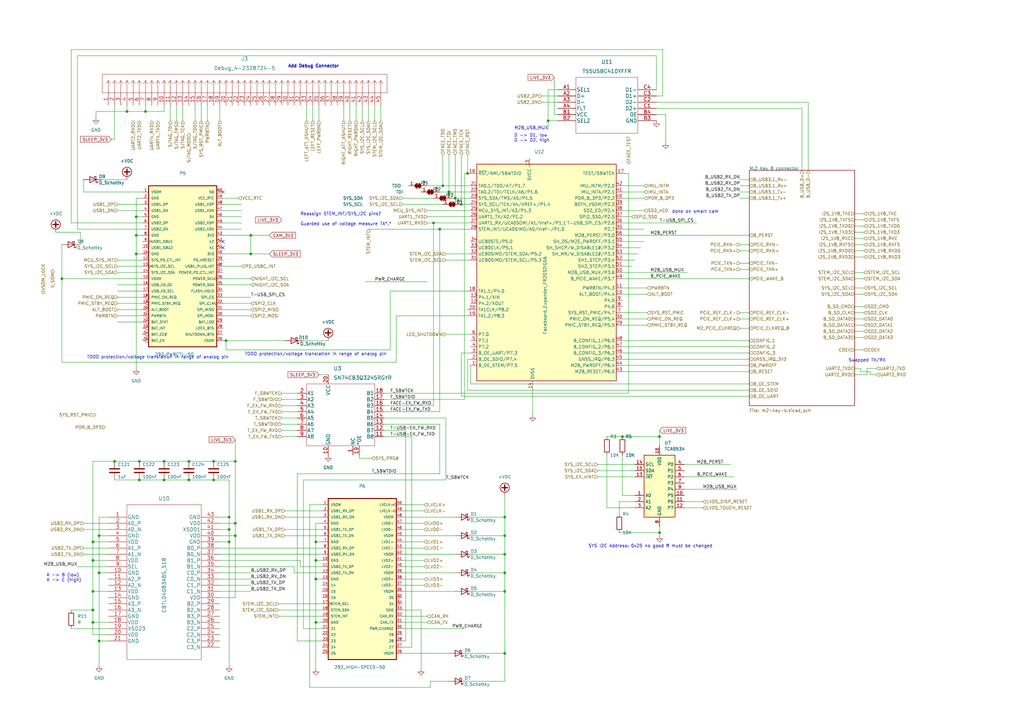
<source format=kicad_sch>
(kicad_sch (version 20211123) (generator eeschema)
  (paper "A3")
  (title_block (title "Expander, M.2 Key B and T-USB") (date "2022-08-23") (company "Digital Sculptor GmbH"))
  (junction (at 92.71 139.7))
  (junction (at 77.47 189.23))
  (junction (at 55.88 104.14))
  (junction (at 38.1 250.19))
  (junction (at 38.1 222.25))
  (junction (at 129.54 255.27))
  (junction (at 191.77 71.12))
  (junction (at 180.34 93.98))
  (junction (at 93.98 212.09))
  (junction (at 25.4 114.3))
  (junction (at 189.23 83.82))
  (junction (at 102.87 96.52))
  (junction (at 270.51 218.44))
  (junction (at 184.15 78.74))
  (junction (at 40.64 219.71))
  (junction (at 87.63 196.85))
  (junction (at 207.01 234.95))
  (junction (at 87.63 189.23))
  (junction (at 255.27 179.07))
  (junction (at 129.54 229.87))
  (junction (at 46.99 189.23))
  (junction (at 207.01 227.33))
  (junction (at 67.31 196.85))
  (junction (at 55.88 96.52))
  (junction (at 93.98 217.17))
  (junction (at 96.52 189.23))
  (junction (at 38.1 229.87))
  (junction (at 207.01 219.71))
  (junction (at 186.69 81.28))
  (junction (at 96.52 219.71))
  (junction (at 102.87 104.14))
  (junction (at 38.1 255.27))
  (junction (at 52.07 45.72))
  (junction (at 40.64 262.89))
  (junction (at 181.61 76.2))
  (junction (at 129.54 222.25))
  (junction (at 129.54 237.49))
  (junction (at 57.15 196.85))
  (junction (at 77.47 196.85))
  (junction (at 59.69 45.72))
  (junction (at 270.51 179.07))
  (junction (at 177.8 91.44))
  (junction (at 96.52 214.63))
  (junction (at 93.98 222.25))
  (junction (at 207.01 267.97))
  (junction (at 55.88 88.9))
  (junction (at 224.79 49.53))
  (junction (at 67.31 189.23))
  (junction (at 207.01 242.57))
  (junction (at 38.1 242.57))
  (junction (at 207.01 212.09))
  (junction (at 57.15 189.23))
  (junction (at 40.64 234.95))
  (no_connect (at 91.44 78.74))
  (no_connect (at 91.44 99.06))
  (no_connect (at 91.44 101.6))
  (wire (pts (xy 255.27 139.7) (xy 307.34 139.7)))
  (wire (pts (xy 48.26 121.92) (xy 58.42 121.92)))
  (wire (pts (xy 157.48 168.91) (xy 180.34 168.91)))
  (wire (pts (xy 218.44 170.18) (xy 218.44 160.02)))
  (wire (pts (xy 91.44 116.84) (xy 102.87 116.84)))
  (wire (pts (xy 280.67 190.5) (xy 299.72 190.5)))
  (wire (pts (xy 194.31 234.95) (xy 207.01 234.95)))
  (wire (pts (xy 115.57 166.37) (xy 121.92 166.37)))
  (wire (pts (xy 157.48 161.29) (xy 257.81 161.29)))
  (wire (pts (xy 85.09 49.53) (xy 85.09 43.18)))
  (wire (pts (xy 166.37 176.53) (xy 166.37 262.89)))
  (wire (pts (xy 57.15 189.23) (xy 67.31 189.23)))
  (wire (pts (xy 134.62 139.7) (xy 124.46 139.7)))
  (wire (pts (xy 55.88 88.9) (xy 55.88 96.52)))
  (wire (pts (xy 57.15 189.23) (xy 57.15 191.77)))
  (wire (pts (xy 350.52 135.89) (xy 354.33 135.89)))
  (wire (pts (xy 40.64 262.89) (xy 40.64 273.05)))
  (wire (pts (xy 350.52 118.11) (xy 354.33 118.11)))
  (wire (pts (xy 191.77 160.02) (xy 307.34 160.02)))
  (wire (pts (xy 207.01 203.2) (xy 207.01 212.09)))
  (wire (pts (xy 228.6 36.83) (xy 224.79 36.83)))
  (wire (pts (xy 255.27 106.68) (xy 260.35 106.68)))
  (wire (pts (xy 91.44 129.54) (xy 102.87 129.54)))
  (wire (pts (xy 87.63 189.23) (xy 87.63 191.77)))
  (wire (pts (xy 91.44 104.14) (xy 102.87 104.14)))
  (wire (pts (xy 193.04 144.78) (xy 189.23 144.78)))
  (wire (pts (xy 350.52 125.73) (xy 354.33 125.73)))
  (wire (pts (xy 162.56 129.54) (xy 162.56 148.59)))
  (wire (pts (xy 350.52 130.81) (xy 354.33 130.81)))
  (wire (pts (xy 160.02 143.51) (xy 92.71 143.51)))
  (wire (pts (xy 90.17 242.57) (xy 102.87 242.57)))
  (wire (pts (xy 55.88 81.28) (xy 55.88 88.9)))
  (wire (pts (xy 350.52 100.33) (xy 354.33 100.33)))
  (wire (pts (xy 93.98 196.85) (xy 93.98 212.09)))
  (wire (pts (xy 186.69 63.5) (xy 186.69 81.28)))
  (wire (pts (xy 271.78 39.37) (xy 271.78 20.32)))
  (wire (pts (xy 151.13 43.18) (xy 151.13 49.53)))
  (wire (pts (xy 90.17 49.53) (xy 90.17 43.18)))
  (wire (pts (xy 165.1 83.82) (xy 181.61 83.82)))
  (wire (pts (xy 165.1 255.27) (xy 175.26 255.27)))
  (wire (pts (xy 45.72 57.15) (xy 46.99 57.15)))
  (wire (pts (xy 224.79 49.53) (xy 224.79 53.34)))
  (wire (pts (xy 350.52 143.51) (xy 354.33 143.51)))
  (wire (pts (xy 74.93 49.53) (xy 74.93 43.18)))
  (wire (pts (xy 350.52 128.27) (xy 354.33 128.27)))
  (wire (pts (xy 182.88 196.85) (xy 124.46 196.85)))
  (wire (pts (xy 191.77 279.4) (xy 207.01 279.4)))
  (wire (pts (xy 176.53 281.94) (xy 176.53 279.4)))
  (wire (pts (xy 245.11 195.58) (xy 260.35 195.58)))
  (wire (pts (xy 91.44 96.52) (xy 102.87 96.52)))
  (wire (pts (xy 254 218.44) (xy 270.51 218.44)))
  (wire (pts (xy 130.81 153.67) (xy 134.62 153.67)))
  (wire (pts (xy 127 281.94) (xy 176.53 281.94)))
  (wire (pts (xy 245.11 190.5) (xy 260.35 190.5)))
  (wire (pts (xy 191.77 71.12) (xy 190.5 71.12)))
  (wire (pts (xy 58.42 81.28) (xy 55.88 81.28)))
  (wire (pts (xy 350.52 90.17) (xy 354.33 90.17)))
  (wire (pts (xy 55.88 88.9) (xy 58.42 88.9)))
  (wire (pts (xy 255.27 147.32) (xy 307.34 147.32)))
  (wire (pts (xy 255.27 133.35) (xy 265.43 133.35)))
  (wire (pts (xy 270.51 219.71) (xy 270.51 218.44)))
  (wire (pts (xy 303.53 73.66) (xy 307.34 73.66)))
  (wire (pts (xy 31.75 232.41) (xy 44.45 232.41)))
  (wire (pts (xy 91.44 127) (xy 102.87 127)))
  (wire (pts (xy 255.27 149.86) (xy 307.34 149.86)))
  (wire (pts (xy 177.8 91.44) (xy 193.04 91.44)))
  (wire (pts (xy 269.24 41.91) (xy 331.47 41.91)))
  (wire (pts (xy 255.27 118.11) (xy 265.43 118.11)))
  (wire (pts (xy 57.15 196.85) (xy 67.31 196.85)))
  (wire (pts (xy 55.88 104.14) (xy 55.88 96.52)))
  (wire (pts (xy 120.65 232.41) (xy 90.17 232.41)))
  (wire (pts (xy 259.08 109.22) (xy 255.27 109.22)))
  (wire (pts (xy 34.29 73.66) (xy 34.29 78.74)))
  (wire (pts (xy 165.1 240.03) (xy 173.99 240.03)))
  (wire (pts (xy 255.27 88.9) (xy 259.08 88.9)))
  (wire (pts (xy 165.1 250.19) (xy 172.72 250.19)))
  (wire (pts (xy 165.1 217.17) (xy 173.99 217.17)))
  (wire (pts (xy 303.53 130.81) (xy 307.34 130.81)))
  (wire (pts (xy 181.61 63.5) (xy 181.61 76.2)))
  (wire (pts (xy 207.01 234.95) (xy 207.01 227.33)))
  (wire (pts (xy 175.26 86.36) (xy 193.04 86.36)))
  (wire (pts (xy 224.79 36.83) (xy 224.79 49.53)))
  (wire (pts (xy 193.04 147.32) (xy 191.77 147.32)))
  (wire (pts (xy 91.44 124.46) (xy 102.87 124.46)))
  (wire (pts (xy 38.1 255.27) (xy 38.1 260.35)))
  (wire (pts (xy 270.51 179.07) (xy 270.51 182.88)))
  (wire (pts (xy 77.47 196.85) (xy 87.63 196.85)))
  (wire (pts (xy 224.79 49.53) (xy 228.6 49.53)))
  (wire (pts (xy 350.52 87.63) (xy 354.33 87.63)))
  (wire (pts (xy 38.1 255.27) (xy 44.45 255.27)))
  (wire (pts (xy 175.26 91.44) (xy 177.8 91.44)))
  (wire (pts (xy 157.48 163.83) (xy 190.5 163.83)))
  (wire (pts (xy 157.48 179.07) (xy 168.91 179.07)))
  (wire (pts (xy 44.45 212.09) (xy 40.64 212.09)))
  (wire (pts (xy 207.01 267.97) (xy 207.01 242.57)))
  (wire (pts (xy 69.85 49.53) (xy 69.85 43.18)))
  (wire (pts (xy 288.29 205.74) (xy 280.67 205.74)))
  (wire (pts (xy 31.75 22.86) (xy 31.75 93.98)))
  (wire (pts (xy 120.65 234.95) (xy 120.65 232.41)))
  (wire (pts (xy 38.1 222.25) (xy 38.1 229.87)))
  (wire (pts (xy 40.64 219.71) (xy 40.64 234.95)))
  (wire (pts (xy 146.05 43.18) (xy 146.05 49.53)))
  (wire (pts (xy 97.79 81.28) (xy 91.44 81.28)))
  (wire (pts (xy 184.15 78.74) (xy 193.04 78.74)))
  (wire (pts (xy 182.88 171.45) (xy 182.88 196.85)))
  (wire (pts (xy 303.53 81.28) (xy 307.34 81.28)))
  (wire (pts (xy 129.54 222.25) (xy 132.08 222.25)))
  (wire (pts (xy 34.29 214.63) (xy 44.45 214.63)))
  (wire (pts (xy 190.5 71.12) (xy 190.5 163.83)))
  (wire (pts (xy 48.26 132.08) (xy 58.42 132.08)))
  (wire (pts (xy 245.11 193.04) (xy 260.35 193.04)))
  (wire (pts (xy 165.1 267.97) (xy 184.15 267.97)))
  (wire (pts (xy 303.53 78.74) (xy 307.34 78.74)))
  (wire (pts (xy 58.42 78.74) (xy 34.29 78.74)))
  (wire (pts (xy 115.57 171.45) (xy 121.92 171.45)))
  (wire (pts (xy 207.01 227.33) (xy 207.01 219.71)))
  (wire (pts (xy 29.21 91.44) (xy 58.42 91.44)))
  (wire (pts (xy 132.08 207.01) (xy 127 207.01)))
  (wire (pts (xy 129.54 255.27) (xy 132.08 255.27)))
  (wire (pts (xy 59.69 45.72) (xy 52.07 45.72)))
  (wire (pts (xy 165.1 214.63) (xy 173.99 214.63)))
  (wire (pts (xy 90.17 219.71) (xy 96.52 219.71)))
  (wire (pts (xy 356.87 152.4) (xy 356.87 153.67)))
  (wire (pts (xy 52.07 73.66) (xy 41.91 73.66)))
  (wire (pts (xy 67.31 196.85) (xy 77.47 196.85)))
  (wire (pts (xy 140.97 43.18) (xy 140.97 49.53)))
  (wire (pts (xy 55.88 96.52) (xy 58.42 96.52)))
  (wire (pts (xy 255.27 76.2) (xy 264.16 76.2)))
  (wire (pts (xy 207.01 219.71) (xy 207.01 212.09)))
  (wire (pts (xy 255.27 93.98) (xy 264.16 93.98)))
  (wire (pts (xy 132.08 252.73) (xy 114.3 252.73)))
  (wire (pts (xy 115.57 176.53) (xy 121.92 176.53)))
  (wire (pts (xy 114.3 250.19) (xy 132.08 250.19)))
  (wire (pts (xy 77.47 189.23) (xy 77.47 191.77)))
  (wire (pts (xy 194.31 219.71) (xy 207.01 219.71)))
  (wire (pts (xy 29.21 257.81) (xy 44.45 257.81)))
  (wire (pts (xy 48.26 83.82) (xy 58.42 83.82)))
  (wire (pts (xy 207.01 242.57) (xy 207.01 234.95)))
  (wire (pts (xy 193.04 149.86) (xy 193.04 157.48)))
  (wire (pts (xy 261.62 104.14) (xy 255.27 104.14)))
  (wire (pts (xy 38.1 229.87) (xy 44.45 229.87)))
  (wire (pts (xy 90.17 217.17) (xy 93.98 217.17)))
  (wire (pts (xy 255.27 152.4) (xy 307.34 152.4)))
  (wire (pts (xy 22.86 95.25) (xy 33.02 95.25)))
  (wire (pts (xy 193.04 157.48) (xy 307.34 157.48)))
  (wire (pts (xy 143.51 43.18) (xy 143.51 49.53)))
  (wire (pts (xy 91.44 86.36) (xy 99.06 86.36)))
  (wire (pts (xy 48.26 86.36) (xy 58.42 86.36)))
  (wire (pts (xy 67.31 45.72) (xy 59.69 45.72)))
  (wire (pts (xy 255.27 142.24) (xy 307.34 142.24)))
  (wire (pts (xy 90.17 237.49) (xy 102.87 237.49)))
  (wire (pts (xy 44.45 260.35) (xy 38.1 260.35)))
  (wire (pts (xy 162.56 148.59) (xy 25.4 148.59)))
  (wire (pts (xy 91.44 114.3) (xy 102.87 114.3)))
  (wire (pts (xy 130.81 43.18) (xy 130.81 49.53)))
  (wire (pts (xy 72.39 49.53) (xy 72.39 43.18)))
  (wire (pts (xy 350.52 111.76) (xy 354.33 111.76)))
  (wire (pts (xy 254 205.74) (xy 254 210.82)))
  (wire (pts (xy 129.54 237.49) (xy 132.08 237.49)))
  (wire (pts (xy 165.1 257.81) (xy 190.5 257.81)))
  (wire (pts (xy 31.75 93.98) (xy 58.42 93.98)))
  (wire (pts (xy 90.17 234.95) (xy 102.87 234.95)))
  (wire (pts (xy 102.87 96.52) (xy 110.49 96.52)))
  (wire (pts (xy 165.1 265.43) (xy 168.91 265.43)))
  (wire (pts (xy 132.08 214.63) (xy 129.54 214.63)))
  (wire (pts (xy 165.1 207.01) (xy 173.99 207.01)))
  (wire (pts (xy 48.26 119.38) (xy 58.42 119.38)))
  (wire (pts (xy 350.52 97.79) (xy 354.33 97.79)))
  (wire (pts (xy 59.69 43.18) (xy 59.69 45.72)))
  (wire (pts (xy 123.19 232.41) (xy 132.08 232.41)))
  (wire (pts (xy 189.23 83.82) (xy 193.04 83.82)))
  (wire (pts (xy 168.91 179.07) (xy 168.91 265.43)))
  (wire (pts (xy 191.77 63.5) (xy 191.77 71.12)))
  (wire (pts (xy 48.26 109.22) (xy 58.42 109.22)))
  (wire (pts (xy 255.27 120.65) (xy 265.43 120.65)))
  (wire (pts (xy 269.24 39.37) (xy 271.78 39.37)))
  (wire (pts (xy 40.64 234.95) (xy 40.64 262.89)))
  (wire (pts (xy 175.26 88.9) (xy 193.04 88.9)))
  (wire (pts (xy 194.31 212.09) (xy 207.01 212.09)))
  (wire (pts (xy 96.52 180.34) (xy 96.52 189.23)))
  (wire (pts (xy 115.57 163.83) (xy 121.92 163.83)))
  (wire (pts (xy 303.53 128.27) (xy 307.34 128.27)))
  (wire (pts (xy 129.54 222.25) (xy 129.54 229.87)))
  (wire (pts (xy 189.23 162.56) (xy 307.34 162.56)))
  (wire (pts (xy 255.27 91.44) (xy 285.75 91.44)))
  (wire (pts (xy 90.17 222.25) (xy 93.98 222.25)))
  (wire (pts (xy 127 207.01) (xy 127 281.94)))
  (wire (pts (xy 87.63 189.23) (xy 96.52 189.23)))
  (wire (pts (xy 160.02 119.38) (xy 160.02 143.51)))
  (wire (pts (xy 90.17 212.09) (xy 93.98 212.09)))
  (wire (pts (xy 77.47 189.23) (xy 87.63 189.23)))
  (wire (pts (xy 125.73 43.18) (xy 125.73 49.53)))
  (wire (pts (xy 48.26 116.84) (xy 58.42 116.84)))
  (wire (pts (xy 91.44 88.9) (xy 99.06 88.9)))
  (wire (pts (xy 25.4 114.3) (xy 25.4 100.33)))
  (wire (pts (xy 96.52 219.71) (xy 96.52 245.11)))
  (wire (pts (xy 260.35 205.74) (xy 254 205.74)))
  (wire (pts (xy 58.42 104.14) (xy 55.88 104.14)))
  (wire (pts (xy 132.08 257.81) (xy 124.46 257.81)))
  (wire (pts (xy 273.05 46.99) (xy 273.05 58.42)))
  (wire (pts (xy 350.52 114.3) (xy 354.33 114.3)))
  (wire (pts (xy 92.71 139.7) (xy 92.71 143.51)))
  (wire (pts (xy 165.1 81.28) (xy 177.8 81.28)))
  (wire (pts (xy 288.29 208.28) (xy 280.67 208.28)))
  (wire (pts (xy 116.84 217.17) (xy 132.08 217.17)))
  (wire (pts (xy 157.48 173.99) (xy 180.34 173.99)))
  (wire (pts (xy 29.21 250.19) (xy 38.1 250.19)))
  (wire (pts (xy 350.52 153.67) (xy 355.6 153.67)))
  (wire (pts (xy 129.54 229.87) (xy 129.54 237.49)))
  (wire (pts (xy 91.44 109.22) (xy 99.06 109.22)))
  (wire (pts (xy 80.01 49.53) (xy 80.01 43.18)))
  (wire (pts (xy 191.77 147.32) (xy 191.77 160.02)))
  (wire (pts (xy 123.19 232.41) (xy 123.19 229.87)))
  (wire (pts (xy 182.88 104.14) (xy 193.04 104.14)))
  (wire (pts (xy 255.27 111.76) (xy 281.94 111.76)))
  (wire (pts (xy 256.54 71.12) (xy 257.81 71.12)))
  (wire (pts (xy 91.44 93.98) (xy 99.06 93.98)))
  (wire (pts (xy 356.87 153.67) (xy 359.41 153.67)))
  (wire (pts (xy 91.44 121.92) (xy 102.87 121.92)))
  (wire (pts (xy 350.52 151.13) (xy 353.06 151.13)))
  (wire (pts (xy 121.92 194.31) (xy 121.92 262.89)))
  (wire (pts (xy 194.31 227.33) (xy 207.01 227.33)))
  (wire (pts (xy 350.52 120.65) (xy 354.33 120.65)))
  (wire (pts (xy 157.48 176.53) (xy 166.37 176.53)))
  (wire (pts (xy 90.17 227.33) (xy 132.08 227.33)))
  (wire (pts (xy 260.35 208.28) (xy 248.92 208.28)))
  (wire (pts (xy 350.52 105.41) (xy 354.33 105.41)))
  (wire (pts (xy 93.98 222.25) (xy 93.98 273.05)))
  (wire (pts (xy 255.27 130.81) (xy 265.43 130.81)))
  (wire (pts (xy 52.07 43.18) (xy 52.07 45.72)))
  (wire (pts (xy 151.13 93.98) (xy 180.34 93.98)))
  (wire (pts (xy 255.27 114.3) (xy 307.34 114.3)))
  (wire (pts (xy 175.26 76.2) (xy 181.61 76.2)))
  (wire (pts (xy 165.1 237.49) (xy 173.99 237.49)))
  (wire (pts (xy 29.21 20.32) (xy 29.21 91.44)))
  (wire (pts (xy 194.31 242.57) (xy 207.01 242.57)))
  (wire (pts (xy 116.84 209.55) (xy 132.08 209.55)))
  (wire (pts (xy 350.52 102.87) (xy 354.33 102.87)))
  (wire (pts (xy 102.87 104.14) (xy 102.87 96.52)))
  (wire (pts (xy 303.53 100.33) (xy 307.34 100.33)))
  (wire (pts (xy 269.24 46.99) (xy 273.05 46.99)))
  (wire (pts (xy 40.64 262.89) (xy 44.45 262.89)))
  (wire (pts (xy 355.6 151.13) (xy 359.41 151.13)))
  (wire (pts (xy 248.92 186.69) (xy 248.92 208.28)))
  (wire (pts (xy 165.1 232.41) (xy 173.99 232.41)))
  (wire (pts (xy 157.48 166.37) (xy 177.8 166.37)))
  (wire (pts (xy 269.24 36.83) (xy 269.24 22.86)))
  (wire (pts (xy 34.29 227.33) (xy 44.45 227.33)))
  (wire (pts (xy 147.32 187.96) (xy 152.4 187.96)))
  (wire (pts (xy 255.27 78.74) (xy 264.16 78.74)))
  (wire (pts (xy 156.21 43.18) (xy 156.21 49.53)))
  (wire (pts (xy 91.44 139.7) (xy 92.71 139.7)))
  (wire (pts (xy 90.17 240.03) (xy 102.87 240.03)))
  (wire (pts (xy 165.1 209.55) (xy 173.99 209.55)))
  (wire (pts (xy 33.02 95.25) (xy 33.02 100.33)))
  (wire (pts (xy 182.88 137.16) (xy 193.04 137.16)))
  (wire (pts (xy 270.51 218.44) (xy 270.51 215.9)))
  (wire (pts (xy 257.81 71.12) (xy 257.81 161.29)))
  (wire (pts (xy 46.99 189.23) (xy 57.15 189.23)))
  (wire (pts (xy 67.31 189.23) (xy 67.31 191.77)))
  (wire (pts (xy 191.77 267.97) (xy 207.01 267.97)))
  (wire (pts (xy 176.53 279.4) (xy 184.15 279.4)))
  (wire (pts (xy 165.1 219.71) (xy 186.69 219.71)))
  (wire (pts (xy 180.34 194.31) (xy 121.92 194.31)))
  (wire (pts (xy 264.16 99.06) (xy 255.27 99.06)))
  (wire (pts (xy 38.1 242.57) (xy 38.1 250.19)))
  (wire (pts (xy 180.34 173.99) (xy 180.34 194.31)))
  (wire (pts (xy 38.1 229.87) (xy 38.1 242.57)))
  (wire (pts (xy 115.57 161.29) (xy 121.92 161.29)))
  (wire (pts (xy 165.1 242.57) (xy 186.69 242.57)))
  (wire (pts (xy 182.88 106.68) (xy 193.04 106.68)))
  (wire (pts (xy 90.17 214.63) (xy 96.52 214.63)))
  (wire (pts (xy 39.37 45.72) (xy 39.37 48.26)))
  (wire (pts (xy 350.52 133.35) (xy 354.33 133.35)))
  (wire (pts (xy 96.52 214.63) (xy 96.52 219.71)))
  (wire (pts (xy 165.1 252.73) (xy 175.26 252.73)))
  (wire (pts (xy 280.67 200.66) (xy 302.26 200.66)))
  (wire (pts (xy 180.34 93.98) (xy 180.34 168.91)))
  (wire (pts (xy 46.99 189.23) (xy 46.99 191.77)))
  (wire (pts (xy 93.98 217.17) (xy 93.98 222.25)))
  (wire (pts (xy 355.6 153.67) (xy 355.6 151.13)))
  (wire (pts (xy 228.6 46.99) (xy 227.33 46.99)))
  (wire (pts (xy 191.77 129.54) (xy 162.56 129.54)))
  (wire (pts (xy 34.29 217.17) (xy 44.45 217.17)))
  (wire (pts (xy 116.84 219.71) (xy 132.08 219.71)))
  (wire (pts (xy 147.32 186.69) (xy 147.32 187.96)))
  (wire (pts (xy 38.1 250.19) (xy 38.1 255.27)))
  (wire (pts (xy 116.84 139.7) (xy 92.71 139.7)))
  (wire (pts (xy 255.27 81.28) (xy 264.16 81.28)))
  (wire (pts (xy 255.27 86.36) (xy 264.16 86.36)))
  (wire (pts (xy 186.69 81.28) (xy 185.42 81.28)))
  (wire (pts (xy 280.67 195.58) (xy 300.99 195.58)))
  (wire (pts (xy 38.1 189.23) (xy 38.1 222.25)))
  (wire (pts (xy 96.52 189.23) (xy 96.52 214.63)))
  (wire (pts (xy 180.34 93.98) (xy 193.04 93.98)))
  (wire (pts (xy 129.54 237.49) (xy 129.54 255.27)))
  (wire (pts (xy 115.57 173.99) (xy 121.92 173.99)))
  (wire (pts (xy 91.44 83.82) (xy 99.06 83.82)))
  (wire (pts (xy 303.53 102.87) (xy 307.34 102.87)))
  (wire (pts (xy 255.27 144.78) (xy 307.34 144.78)))
  (wire (pts (xy 270.51 176.53) (xy 270.51 179.07)))
  (wire (pts (xy 46.99 196.85) (xy 57.15 196.85)))
  (wire (pts (xy 116.84 212.09) (xy 132.08 212.09)))
  (wire (pts (xy 102.87 104.14) (xy 110.49 104.14)))
  (wire (pts (xy 55.88 104.14) (xy 55.88 151.13)))
  (wire (pts (xy 222.25 39.37) (xy 228.6 39.37)))
  (wire (pts (xy 132.08 262.89) (xy 121.92 262.89)))
  (wire (pts (xy 255.27 179.07) (xy 270.51 179.07)))
  (wire (pts (xy 128.27 43.18) (xy 128.27 49.53)))
  (wire (pts (xy 58.42 114.3) (xy 25.4 114.3)))
  (wire (pts (xy 165.1 262.89) (xy 166.37 262.89)))
  (wire (pts (xy 91.44 91.44) (xy 99.06 91.44)))
  (wire (pts (xy 38.1 222.25) (xy 44.45 222.25)))
  (wire (pts (xy 93.98 212.09) (xy 93.98 217.17)))
  (wire (pts (xy 260.35 203.2) (xy 255.27 203.2)))
  (wire (pts (xy 189.23 63.5) (xy 189.23 83.82)))
  (wire (pts (xy 177.8 91.44) (xy 177.8 166.37)))
  (wire (pts (xy 353.06 151.13) (xy 353.06 152.4)))
  (wire (pts (xy 331.47 41.91) (xy 331.47 69.85)))
  (wire (pts (xy 191.77 119.38) (xy 160.02 119.38)))
  (wire (pts (xy 269.24 22.86) (xy 31.75 22.86)))
  (wire (pts (xy 350.52 138.43) (xy 354.33 138.43)))
  (wire (pts (xy 48.26 111.76) (xy 58.42 111.76)))
  (wire (pts (xy 189.23 144.78) (xy 189.23 162.56)))
  (wire (pts (xy 25.4 148.59) (xy 25.4 114.3)))
  (wire (pts (xy 87.63 196.85) (xy 93.98 196.85)))
  (wire (pts (xy 40.64 234.95) (xy 44.45 234.95)))
  (wire (pts (xy 328.93 44.45) (xy 328.93 69.85)))
  (wire (pts (xy 227.33 46.99) (xy 227.33 31.75)))
  (wire (pts (xy 165.1 229.87) (xy 173.99 229.87)))
  (wire (pts (xy 222.25 41.91) (xy 228.6 41.91)))
  (wire (pts (xy 129.54 229.87) (xy 132.08 229.87)))
  (wire (pts (xy 303.53 134.62) (xy 307.34 134.62)))
  (wire (pts (xy 48.26 124.46) (xy 58.42 124.46)))
  (wire (pts (xy 255.27 101.6) (xy 262.89 101.6)))
  (wire (pts (xy 157.48 171.45) (xy 182.88 171.45)))
  (wire (pts (xy 149.86 115.57) (xy 175.26 115.57)))
  (wire (pts (xy 129.54 214.63) (xy 129.54 222.25)))
  (wire (pts (xy 115.57 179.07) (xy 121.92 179.07)))
  (wire (pts (xy 124.46 196.85) (xy 124.46 257.81)))
  (wire (pts (xy 353.06 152.4) (xy 356.87 152.4)))
  (wire (pts (xy 172.72 250.19) (xy 172.72 274.32)))
  (wire (pts (xy 39.37 45.72) (xy 52.07 45.72)))
  (wire (pts (xy 181.61 76.2) (xy 193.04 76.2)))
  (wire (pts (xy 40.64 212.09) (xy 40.64 219.71)))
  (wire (pts (xy 48.26 129.54) (xy 58.42 129.54)))
  (wire (pts (xy 350.52 95.25) (xy 354.33 95.25)))
  (wire (pts (xy 29.21 20.32) (xy 271.78 20.32)))
  (wire (pts (xy 186.69 81.28) (xy 193.04 81.28)))
  (wire (pts (xy 165.1 222.25) (xy 173.99 222.25)))
  (wire (pts (xy 46.99 57.15) (xy 46.99 43.18)))
  (wire (pts (xy 180.34 78.74) (xy 184.15 78.74)))
  (wire (pts (xy 67.31 189.23) (xy 77.47 189.23)))
  (wire (pts (xy 207.01 279.4) (xy 207.01 267.97)))
  (wire (pts (xy 82.55 43.18) (xy 82.55 49.53)))
  (wire (pts (xy 303.53 110.49) (xy 307.34 110.49)))
  (wire (pts (xy 165.1 234.95) (xy 186.69 234.95)))
  (wire (pts (xy 90.17 245.11) (xy 96.52 245.11)))
  (wire (pts (xy 269.24 44.45) (xy 328.93 44.45)))
  (wire (pts (xy 255.27 186.69) (xy 255.27 203.2)))
  (wire (pts (xy 129.54 255.27) (xy 129.54 274.32)))
  (wire (pts (xy 123.19 229.87) (xy 90.17 229.87)))
  (wire (pts (xy 303.53 76.2) (xy 307.34 76.2)))
  (wire (pts (xy 120.65 234.95) (xy 132.08 234.95)))
  (wire (pts (xy 153.67 43.18) (xy 153.67 49.53)))
  (wire (pts (xy 165.1 224.79) (xy 173.99 224.79)))
  (wire (pts (xy 148.59 43.18) (xy 148.59 49.53)))
  (wire (pts (xy 115.57 168.91) (xy 121.92 168.91)))
  (wire (pts (xy 40.64 219.71) (xy 44.45 219.71)))
  (wire (pts (xy 248.92 179.07) (xy 255.27 179.07)))
  (wire (pts (xy 48.26 127) (xy 58.42 127)))
  (wire (pts (xy 114.3 247.65) (xy 132.08 247.65)))
  (wire (pts (xy 255.27 128.27) (xy 265.43 128.27)))
  (wire (pts (xy 48.26 106.68) (xy 58.42 106.68)))
  (wire (pts (xy 38.1 242.57) (xy 44.45 242.57)))
  (wire (pts (xy 38.1 189.23) (xy 46.99 189.23)))
  (wire (pts (xy 255.27 96.52) (xy 307.34 96.52)))
  (wire (pts (xy 34.29 224.79) (xy 44.45 224.79)))
  (wire (pts (xy 165.1 227.33) (xy 186.69 227.33)))
  (wire (pts (xy 184.15 63.5) (xy 184.15 78.74)))
  (wire (pts (xy 67.31 43.18) (xy 67.31 45.72)))
  (wire (pts (xy 165.1 212.09) (xy 186.69 212.09)))
  (wire (pts (xy 90.17 224.79) (xy 132.08 224.79)))
  (wire (pts (xy 350.52 92.71) (xy 354.33 92.71)))
  (wire (pts (xy 303.53 107.95) (xy 307.34 107.95)))
  (text "Swapped TX/RX" (at 347.98 148.59 0) (effects (font (size 1.27 1.27)) (justify left bottom)))
  (text "D -> D1, low\nD -> D2, high" (at 210.82 58.42 0) (effects (font (size 1.27 1.27)) (justify left bottom)))
  (text "Add Debug Connector" (at 118.11 27.94 0) (effects (font (size 1.27 1.27) bold) (justify left bottom)))
  (text "TODO protection/voltage translation in range of analog pin" (at 35.56 147.32 0) (effects (font (size 1.27 1.27)) (justify left bottom)))
  (text "A -> B (low)\nA -> C (high)" (at 19.05 238.76 0) (effects (font (size 1.27 1.27)) (justify left bottom)))
  (text "M2B_USB_MUX" (at 224.79 53.34 180) (effects (font (size 1.27 1.27)) (justify right bottom)))
  (text "Reassign STEM_INT/SYS_I2C pins?\n\nGuarded use of voltage measure TA*.*" (at 123.19 92.71 0) (effects (font (size 1.27 1.27)) (justify left bottom)))
  (text "SYS I2C Address: 0x25 no good !! must be changed" (at 241.3 224.79 0) (effects (font (size 1.27 1.27)) (justify left bottom)))
  (text "done on smart cam" (at 275.59 87.63 0) (effects (font (size 1.27 1.27)) (justify left bottom)))
  (text "TODO protection/voltage translation in range of analog pin" (at 100.33 146.05 0) (effects (font (size 1.27 1.27)) (justify left bottom)))
  (label "T_SBWTDIO" (at 152.4 194.31 0))
  (label "T-USB_SPI_CS" (at 102.87 121.92 0))
  (label "PWR_CHARGE" (at 185.42 257.81 0))
  (label "M2B_USB_MUX" (at 266.7 111.76 0))
  (label "F_SBWTCK" (at 160.02 161.29 0))
  (label "M2B_USB_MUX" (at 288.29 200.66 0))
  (label "M2B_PERST" (at 266.7 96.52 0))
  (label "B_USB2_TX_DP" (at 102.87 240.03 0))
  (label "F_SBWTDIO" (at 160.02 163.83 0))
  (label "FACE-EX_FW_TXD" (at 160.02 168.91 0))
  (label "T-USB-EX_FW_RXD" (at 160.02 176.53 0))
  (label "PWR_CHARGE" (at 153.67 115.57 0))
  (label "B_USB2_RX_DP" (at 102.87 234.95 0))
  (label "T_SBWTCK" (at 182.88 196.85 0))
  (label "B_USB2_RX_DN" (at 303.53 73.66 180))
  (label "M2B_USB_MUX" (at 31.75 232.41 180))
  (label "B_USB2_TX_DN" (at 303.53 78.74 180))
  (label "T-USB_SPI_CS" (at 270.51 91.44 0))
  (label "B_USB2_RX_DP" (at 303.53 76.2 180))
  (label "M2B_PERST" (at 285.75 190.5 0))
  (label "FACE-EX_FW_RXD" (at 160.02 166.37 0))
  (label "T-USB-EX_FW_TXD" (at 160.02 179.07 0))
  (label "B_USB2_TX_DN" (at 102.87 242.57 0))
  (label "B_PCIE_WAKE" (at 266.7 114.3 0))
  (label "B_USB2_RX_DN" (at 102.87 237.49 0))
  (label "B_PCIE_WAKE" (at 285.75 195.58 0))
  (label "B_USB2_TX_DP" (at 303.53 81.28 180))
  (global_label "LIVE_3V3" (shape input) (at 270.51 176.53 0) (property "Intersheet References" "${INTERSHEET_REFS}" (effects hide)))
  (global_label "LIVE_3V3" (shape input) (at 115.57 90.17 180) (property "Intersheet References" "${INTERSHEET_REFS}" (effects hide)))
  (global_label "SLEEP_3V3" (shape input) (at 130.81 153.67 180) (property "Intersheet References" "${INTERSHEET_REFS}" (effects hide)))
  (global_label "SLEEP_3V3" (shape input) (at 110.49 104.14 0) (property "Intersheet References" "${INTERSHEET_REFS}" (effects hide)))
  (global_label "CAM_3V3" (shape input) (at 110.49 96.52 0) (property "Intersheet References" "${INTERSHEET_REFS}" (effects hide)))
  (global_label "SLEEP_3V3" (shape input) (at 45.72 57.15 180) (property "Intersheet References" "${INTERSHEET_REFS}" (effects hide)))
  (global_label "LIVE_3V3" (shape input) (at 96.52 180.34 180) (property "Intersheet References" "${INTERSHEET_REFS}" (effects hide)))
  (global_label "LIVE_3V3" (shape input) (at 227.33 31.75 180) (property "Intersheet References" "${INTERSHEET_REFS}" (effects hide)))
  (hierarchical_label "PCIE_RXN-" (shape input) (at 307.34 100.33 0))
  (hierarchical_label "PCIE_RXN+" (shape input) (at 307.34 102.87 0))
  (hierarchical_label "PCIE_RXN-" (shape input) (at 303.53 100.33 180))
  (hierarchical_label "F_EX_FW_RXD" (shape input) (at 115.57 166.37 180))
  (hierarchical_label "T_EX_FW_RXD" (shape input) (at 115.57 176.53 180))
  (hierarchical_label "LVD2+" (shape input) (at 173.99 229.87 0))
  (hierarchical_label "STEM_I2C_SDA" (shape input) (at 156.21 49.53 270))
  (hierarchical_label "USB1_TX_DN" (shape input) (at 116.84 219.71 180))
  (hierarchical_label "SPI2_MOSI" (shape input) (at 102.87 129.54 0))
  (hierarchical_label "SYS_I2C_SDA" (shape input) (at 245.11 193.04 180))
  (hierarchical_label "PCIE_TXN-" (shape input) (at 307.34 107.95 0))
  (hierarchical_label "SD2_nCD" (shape input) (at 264.16 86.36 0))
  (hierarchical_label "I2S_1V8_TXD3" (shape input) (at 354.33 95.25 0))
  (hierarchical_label "B_OE_SDIO" (shape input) (at 307.34 160.02 0))
  (hierarchical_label "PCIE_REF_CLK+" (shape input) (at 303.53 130.81 180))
  (hierarchical_label "LVD1-" (shape input) (at 173.99 224.79 0))
  (hierarchical_label "I2S_1V8_TXC" (shape input) (at 354.33 87.63 0))
  (hierarchical_label "LVD2-" (shape input) (at 173.99 232.41 0))
  (hierarchical_label "LVD3+" (shape input) (at 173.99 237.49 0))
  (hierarchical_label "PCIE_CLKREQ_B" (shape input) (at 307.34 134.62 0))
  (hierarchical_label "CONFIG_1" (shape input) (at 307.34 139.7 0))
  (hierarchical_label "SYS_I2C_SCL" (shape input) (at 165.1 83.82 180))
  (hierarchical_label "SD2_DATA1" (shape input) (at 354.33 133.35 0))
  (hierarchical_label "LVD3-" (shape input) (at 173.99 240.03 0))
  (hierarchical_label "LVDS_TOUCH_RESET" (shape input) (at 288.29 208.28 0))
  (hierarchical_label "FACE_TCK" (shape input) (at 189.23 63.5 90))
  (hierarchical_label "UART2_TXD" (shape input) (at 57.15 49.53 270))
  (hierarchical_label "PWRBTN" (shape input) (at 48.26 129.54 180))
  (hierarchical_label "IMU_INTM" (shape input) (at 264.16 76.2 0))
  (hierarchical_label "SYS_RST_PMIC" (shape input) (at 265.43 128.27 0))
  (hierarchical_label "UART4_TXD" (shape input) (at 64.77 49.53 270))
  (hierarchical_label "LEFT_RESET" (shape input) (at 128.27 49.53 270))
  (hierarchical_label "PMIC_ON_REQ" (shape input) (at 48.26 121.92 180))
  (hierarchical_label "MCU_SYS_INT" (shape input) (at 48.26 106.68 180))
  (hierarchical_label "LVD0-" (shape input) (at 173.99 217.17 0))
  (hierarchical_label "VSOM_LOCK" (shape input) (at 17.78 120.65 90))
  (hierarchical_label "STEM_I2C_SCL" (shape input) (at 114.3 247.65 180))
  (hierarchical_label "SJTAG_TDO" (shape input) (at 80.01 49.53 270))
  (hierarchical_label "RIGHT_RESET" (shape input) (at 143.51 49.53 270))
  (hierarchical_label "LVDS_DISP_RESET" (shape input) (at 288.29 205.74 0))
  (hierarchical_label "PMIC_STBY_REQ" (shape input) (at 265.43 133.35 0))
  (hierarchical_label "UART2_TXD" (shape input) (at 350.52 151.13 180))
  (hierarchical_label "I2S_1V8_RXC" (shape input) (at 354.33 97.79 0))
  (hierarchical_label "B_PWROFF" (shape input) (at 307.34 149.86 0))
  (hierarchical_label "USB1_DP" (shape input) (at 48.26 83.82 180))
  (hierarchical_label "SPI2_SS0" (shape input) (at 259.08 88.9 0))
  (hierarchical_label "USB1_DN" (shape input) (at 48.26 86.36 180))
  (hierarchical_label "SYS_I2C_SDA" (shape input) (at 48.26 111.76 180))
  (hierarchical_label "STEM_I2C_SDA" (shape input) (at 114.3 250.19 180))
  (hierarchical_label "CAN_TX" (shape input) (at 175.26 255.27 0))
  (hierarchical_label "ALT_BOOT" (shape input) (at 48.26 127 180))
  (hierarchical_label "PCIE_REF_CLK-" (shape input) (at 303.53 128.27 180))
  (hierarchical_label "LEFT_ATT_XSHUT" (shape input) (at 125.73 49.53 270))
  (hierarchical_label "RIGHT_ATT_XSHUT" (shape input) (at 140.97 49.53 270))
  (hierarchical_label "STEM_I2C_SCL" (shape input) (at 182.88 106.68 180))
  (hierarchical_label "T_SBWTCK" (shape input) (at 115.57 171.45 180))
  (hierarchical_label "F_SBWTCK" (shape input) (at 115.57 161.29 180))
  (hierarchical_label "POR_B_3P3" (shape input) (at 264.16 81.28 0))
  (hierarchical_label "VCC_RTC" (shape input) (at 97.79 81.28 0))
  (hierarchical_label "MCU_SYS_INT" (shape input) (at 175.26 86.36 180))
  (hierarchical_label "I2S_1V8_TXFS" (shape input) (at 350.52 90.17 180))
  (hierarchical_label "STEM_I2C_SCL" (shape input) (at 354.33 111.76 0))
  (hierarchical_label "USB2_RX_DN" (shape input) (at 34.29 217.17 180))
  (hierarchical_label "SYS_I2C_SCL" (shape input) (at 350.52 118.11 180))
  (hierarchical_label "LVCLK-" (shape input) (at 173.99 209.55 0))
  (hierarchical_label "SJTAG_TCK" (shape input) (at 74.93 49.53 270))
  (hierarchical_label "USB2_TX_DN" (shape input) (at 34.29 227.33 180))
  (hierarchical_label "I2S_1V8_TXD3" (shape input) (at 350.52 95.25 180))
  (hierarchical_label "I2S_1V8_TXC" (shape input) (at 350.52 87.63 180))
  (hierarchical_label "LVCLK+" (shape input) (at 173.99 207.01 0))
  (hierarchical_label "USB1_RX_DP" (shape input) (at 116.84 209.55 180))
  (hierarchical_label "UART4_RXD" (shape input) (at 62.23 49.53 270))
  (hierarchical_label "SD2_CLK" (shape input) (at 354.33 128.27 0))
  (hierarchical_label "T_EX_FW_TXD" (shape input) (at 115.57 179.07 180))
  (hierarchical_label "B_PERST" (shape input) (at 307.34 96.52 0))
  (hierarchical_label "SYS_I2C_SDA" (shape input) (at 354.33 120.65 0))
  (hierarchical_label "UART1_TXD" (shape input) (at 175.26 88.9 180))
  (hierarchical_label "B_SD_DATA2" (shape input) (at 350.52 135.89 180))
  (hierarchical_label "SYS_RST_PMIC" (shape input) (at 39.37 170.18 180))
  (hierarchical_label "STEM_I2C_SCL" (shape input) (at 350.52 111.76 180))
  (hierarchical_label "SYS_PRG#" (shape input) (at 152.4 187.96 0))
  (hierarchical_label "UART2_RXD" (shape input) (at 359.41 153.67 0))
  (hierarchical_label "I2S_1V8_TXD0" (shape input) (at 354.33 92.71 0))
  (hierarchical_label "SD2_DATA0" (shape input) (at 354.33 130.81 0))
  (hierarchical_label "SYS_I2C_SCL" (shape input) (at 48.26 109.22 180))
  (hierarchical_label "RIGHT_PWRDN" (shape input) (at 146.05 49.53 270))
  (hierarchical_label "CONFIG_2" (shape input) (at 307.34 142.24 0))
  (hierarchical_label "SPI2_CLK" (shape input) (at 102.87 124.46 0))
  (hierarchical_label "COEX" (shape input) (at 354.33 143.51 0))
  (hierarchical_label "POR_B_3P3" (shape input) (at 43.18 175.26 180))
  (hierarchical_label "PCIE_TXN-" (shape input) (at 303.53 107.95 180))
  (hierarchical_label "SYS_EX_nINT" (shape input) (at 245.11 195.58 180))
  (hierarchical_label "V_SOM" (shape input) (at 21.59 110.49 270))
  (hierarchical_label "PMIC_ON_REQ" (shape input) (at 265.43 130.81 0))
  (hierarchical_label "PD_USBC_INT" (shape input) (at 99.06 109.22 0))
  (hierarchical_label "B_SD_DATA3" (shape input) (at 350.52 138.43 180))
  (hierarchical_label "F_EX_FW_TXD" (shape input) (at 115.57 168.91 180))
  (hierarchical_label "FACE_TEST" (shape input) (at 257.81 67.31 90))
  (hierarchical_label "I2S_1V8_RXFS" (shape input) (at 354.33 100.33 0))
  (hierarchical_label "SPI2_MISO" (shape input) (at 102.87 127 0))
  (hierarchical_label "B_USB_D+" (shape input) (at 328.93 69.85 270))
  (hierarchical_label "B_OE_STEM" (shape input) (at 307.34 157.48 0))
  (hierarchical_label "PCIE_WAKE_B" (shape input) (at 307.34 114.3 0))
  (hierarchical_label "SYS_I2C_SCL" (shape input) (at 354.33 118.11 0))
  (hierarchical_label "B_SD_DATA1" (shape input) (at 350.52 133.35 180))
  (hierarchical_label "B_SD_DATA0" (shape input) (at 350.52 130.81 180))
  (hierarchical_label "SYS_I2C_SCL" (shape input) (at 245.11 190.5 180))
  (hierarchical_label "UART1_RXD" (shape input) (at 175.26 91.44 180))
  (hierarchical_label "STEM_I2C_SDA" (shape input) (at 354.33 114.3 0))
  (hierarchical_label "LVD0+" (shape input) (at 173.99 214.63 0))
  (hierarchical_label "B_RESET" (shape input) (at 307.34 152.4 0))
  (hierarchical_label "UART2_RXD" (shape input) (at 54.61 49.53 270))
  (hierarchical_label "B_OE_UART" (shape input) (at 307.34 162.56 0))
  (hierarchical_label "LED_SHUTDOWN" (shape input) (at 182.88 137.16 180))
  (hierarchical_label "FACE_RST" (shape input) (at 191.77 63.5 90))
  (hierarchical_label "USB1_TX_DP" (shape input) (at 116.84 217.17 180))
  (hierarchical_label "FACE_TDI" (shape input) (at 184.15 63.5 90))
  (hierarchical_label "UART2_TXD" (shape input) (at 359.41 151.13 0))
  (hierarchical_label "B_USB3.1_Tx-" (shape input) (at 307.34 78.74 0))
  (hierarchical_label "PMIC_STBY_REQ" (shape input) (at 48.26 124.46 180))
  (hierarchical_label "B_USB3.1_Rx+" (shape input) (at 307.34 76.2 0))
  (hierarchical_label "SD2_CMD" (shape input) (at 354.33 125.73 0))
  (hierarchical_label "USB2_RX_DP" (shape input) (at 34.29 214.63 180))
  (hierarchical_label "LEFT_PWRDN" (shape input) (at 130.81 49.53 270))
  (hierarchical_label "I2S_1V8_RXD0" (shape input) (at 350.52 102.87 180))
  (hierarchical_label "IMU_INTA" (shape input) (at 264.16 78.74 0))
  (hierarchical_label "PWRBTN" (shape input) (at 265.43 118.11 0))
  (hierarchical_label "PCIE_REF_CLK+" (shape input) (at 307.34 130.81 0))
  (hierarchical_label "B_SD_CLK" (shape input) (at 350.52 128.27 180))
  (hierarchical_label "ALT_BOOT" (shape input) (at 90.17 49.53 270))
  (hierarchical_label "I2S_1V8_TXD0" (shape input) (at 350.52 92.71 180))
  (hierarchical_label "B_USB3.1_Rx-" (shape input) (at 307.34 73.66 0))
  (hierarchical_label "USB2_DN" (shape input) (at 222.25 41.91 180))
  (hierarchical_label "NIGHT_I2C_SCL" (shape input) (at 102.87 114.3 0))
  (hierarchical_label "F_SBWTDIO" (shape input) (at 115.57 163.83 180))
  (hierarchical_label "SJTAG_TDI" (shape input) (at 69.85 49.53 270))
  (hierarchical_label "SYS_RST_PMIC" (shape input) (at 82.55 49.53 270))
  (hierarchical_label "SYS_I2C_SDA" (shape input) (at 350.52 120.65 180))
  (hierarchical_label "COEX" (shape input) (at 350.52 143.51 180))
  (hierarchical_label "STEM_INT" (shape input) (at 151.13 93.98 270))
  (hierarchical_label "FACE_TMS" (shape input) (at 186.69 63.5 90))
  (hierarchical_label "CONFIG_3" (shape input) (at 307.34 144.78 0))
  (hierarchical_label "I2S_1V8_TXFS" (shape input) (at 354.33 90.17 0))
  (hierarchical_label "UART2_RXD" (shape input) (at 350.52 153.67 180))
  (hierarchical_label "ALT_BOOT" (shape input) (at 265.43 120.65 0))
  (hierarchical_label "I2S_1V8_RXC" (shape input) (at 350.52 97.79 180))
  (hierarchical_label "USB1_RX_DN" (shape input) (at 116.84 212.09 180))
  (hierarchical_label "I2S_1V8_RXD0" (shape input) (at 354.33 102.87 0))
  (hierarchical_label "I2S_1V8_RXD3" (shape input) (at 350.52 105.41 180))
  (hierarchical_label "FACE_TDO" (shape input) (at 181.61 63.5 90))
  (hierarchical_label "SJTAG_MOD" (shape input) (at 77.47 54.61 270))
  (hierarchical_label "M2_PCIE_CLKREQ" (shape input) (at 303.53 134.62 180))
  (hierarchical_label "B_SD_CMD" (shape input) (at 350.52 125.73 180))
  (hierarchical_label "STEM_I2C_SDA" (shape input) (at 182.88 104.14 180))
  (hierarchical_label "PCIE_REF_CLK-" (shape input) (at 307.34 128.27 0))
  (hierarchical_label "GNSS_IRQ_3V3" (shape input) (at 307.34 147.32 0))
  (hierarchical_label "USB2_DP" (shape input) (at 222.25 39.37 180))
  (hierarchical_label "PCIE_TXN+" (shape input) (at 307.34 110.49 0))
  (hierarchical_label "B_USB3.1_Tx+" (shape input) (at 307.34 81.28 0))
  (hierarchical_label "PCIE_TXN+" (shape input) (at 303.53 110.49 180))
  (hierarchical_label "I2S_1V8_RXD3" (shape input) (at 354.33 105.41 0))
  (hierarchical_label "PCIE_RXN+" (shape input) (at 303.53 102.87 180))
  (hierarchical_label "LVD1+" (shape input) (at 173.99 222.25 0))
  (hierarchical_label "T_SBWTDIO" (shape input) (at 115.57 173.99 180))
  (hierarchical_label "SD2_DATA2" (shape input) (at 354.33 135.89 0))
  (hierarchical_label "SJTAG_TMS" (shape input) (at 72.39 49.53 270))
  (hierarchical_label "I2S_1V8_RXFS" (shape input) (at 350.52 100.33 180))
  (hierarchical_label "PWRBTN" (shape input) (at 85.09 49.53 270))
  (hierarchical_label "CAN_RX" (shape input) (at 175.26 252.73 0))
  (hierarchical_label "STEM_INT" (shape input) (at 114.3 252.73 180))
  (hierarchical_label "B_USB_D-" (shape input) (at 331.47 69.85 270))
  (hierarchical_label "SYS_I2C_SCL" (shape input) (at 148.59 49.53 270))
  (hierarchical_label "NIGHT_I2C_SDA" (shape input) (at 102.87 116.84 0))
  (hierarchical_label "SYS_I2C_SDA" (shape input) (at 165.1 81.28 180))
  (hierarchical_label "SD2_DATA3" (shape input) (at 354.33 138.43 0))
  (hierarchical_label "USB2_TX_DP" (shape input) (at 34.29 224.79 180))
  (hierarchical_label "SYS_I2C_SDA" (shape input) (at 151.13 49.53 270))
  (hierarchical_label "STEM_I2C_SCL" (shape input) (at 153.67 49.53 270))
  (hierarchical_label "STEM_I2C_SDA" (shape input) (at 350.52 114.3 180))
  (symbol (lib_id "Device:C") (at 87.63 193.04 180) (unit 1)
    (property "Reference" "C125" (at 88.9 190.5 0) (effects (justify right)))
    (property "Value" "100nF" (at 88.9 195.58 0) (effects (justify right)))
    (property "Footprint" "Capacitor_SMD:C_0402_1005Metric" (effects hide))
  )
  (symbol (lib_id "Device:R") (at 29.21 254 0) (unit 1)
    (property "Reference" "R11" (at 31.75 252.7299 0) (effects (justify left)))
    (property "Value" "R" (at 31.75 255.2699 0) (effects (justify left)))
    (property "Footprint" "Resistor_SMD:R_0402_1005Metric" (effects hide))
  )
  (symbol (lib_id "Jumper:SolderJumper_2_Bridged") (at 181.61 81.28 0) (unit 1)
    (property "Reference" "JP3" (at 184.15 80.01 0))
    (property "Value" "SYS_SDA" (at 144.78 81.28 0))
    (property "Footprint" "Jumper:SolderJumper-2_P1.3mm_Open_Pad1.0x1.5mm" (effects hide))
  )
  (symbol (lib_id "Device:C") (at 77.47 193.04 180) (unit 1)
    (property "Reference" "C124" (at 78.74 190.5 0) (effects (justify right)))
    (property "Value" "100nF" (at 78.74 195.58 0) (effects (justify right)))
    (property "Footprint" "Capacitor_SMD:C_0402_1005Metric" (effects hide))
  )
  (symbol (lib_id "power:GND") (at 55.88 151.13 0) (unit 1)
    (property "Reference" "#PWR?" (effects hide))
    (property "Value" "GND" (at 55.88 156.21 0))
  )
  (symbol (lib_id "power:GND") (at 134.62 186.69 0) (unit 1)
    (property "Reference" "#PWR0165" (effects hide))
    (property "Value" "GND" (at 134.62 191.77 0))
  )
  (symbol (lib_id "Interface_Expansion:TCA9534") (at 270.51 198.12 0) (unit 1)
    (property "Reference" "U7" (at 272.5294 181.61 0) (effects (justify left)))
    (property "Value" "TCA9534" (at 272.5294 184.15 0) (effects (justify left)))
    (property "Footprint" "Ziloo:TCA9534PWR" (effects hide))
    (property "Datasheet" "http://www.ti.com/lit/ds/symlink/tca9534.pdf" (effects hide))
  )
  (symbol (lib_id "Ziloo:TS5USBC410YFFR") (at 228.6 36.83 0) (unit 1)
    (property "Reference" "U11" (at 248.92 25.4 0) (effects (font (size 1.524 1.524))))
    (property "Value" "TS5USBC410YFFR" (at 248.92 29.21 0) (effects (font (size 1.524 1.524))))
    (property "Footprint" "Ziloo:TS5USBC410YFFR" (effects hide))
  )
  (symbol (lib_id "Device:D_Schottky") (at 187.96 267.97 180) (unit 1)
    (property "Reference" "D6" (at 191.77 266.7 0))
    (property "Value" "D_Schottky" (at 195.58 269.24 0))
    (property "Footprint" "Diode_SMD:D_SOD-123F" (effects hide))
  )
  (symbol (lib_id "Device:R") (at 255.27 182.88 0) (unit 1)
    (property "Reference" "R5" (at 256.54 179.07 0) (effects (justify left)))
    (property "Value" "10K" (at 256.54 186.69 0) (effects (justify left)))
    (property "Footprint" "Resistor_SMD:R_0402_1005Metric" (effects hide))
  )
  (symbol (lib_id "Device:D_Schottky") (at 190.5 212.09 180) (unit 1)
    (property "Reference" "D1" (at 194.31 210.82 0))
    (property "Value" "D_Schottky" (at 198.12 213.36 0))
    (property "Footprint" "Diode_SMD:D_SOD-123F" (effects hide))
  )
  (symbol (lib_id "Device:D_Schottky") (at 38.1 73.66 180) (unit 1)
    (property "Reference" "D9" (at 41.91 72.39 0))
    (property "Value" "D_Schottky" (at 45.72 74.93 0))
    (property "Footprint" "Diode_SMD:D_SOD-123F" (effects hide))
  )
  (symbol (lib_id "Device:R") (at 248.92 182.88 0) (unit 1)
    (property "Reference" "R3" (at 250.19 179.07 0) (effects (justify left)))
    (property "Value" "10K" (at 250.19 186.69 0) (effects (justify left)))
    (property "Footprint" "Resistor_SMD:R_0402_1005Metric" (effects hide))
  )
  (symbol (lib_id "Device:R") (at 254 214.63 0) (unit 1)
    (property "Reference" "R4" (at 255.27 210.82 0) (effects (justify left)))
    (property "Value" "10K" (at 255.27 218.44 0) (effects (justify left)))
    (property "Footprint" "Resistor_SMD:R_0402_1005Metric" (effects hide))
  )
  (symbol (lib_id "Device:C") (at 57.15 193.04 180) (unit 1)
    (property "Reference" "C122" (at 58.42 190.5 0) (effects (justify right)))
    (property "Value" "100nF" (at 58.42 195.58 0) (effects (justify right)))
    (property "Footprint" "Capacitor_SMD:C_0402_1005Metric" (effects hide))
  )
  (symbol (lib_id "power:GND") (at 273.05 58.42 0) (unit 1)
    (property "Reference" "#PWR0150" (effects hide))
    (property "Value" "GND" (effects hide))
  )
  (symbol (lib_id "power:GND") (at 129.54 274.32 0) (unit 1)
    (property "Reference" "#PWR0163" (effects hide))
    (property "Value" "GND" (effects hide))
  )
  (symbol (lib_id "Device:D_Schottky") (at 190.5 227.33 180) (unit 1)
    (property "Reference" "D3" (at 194.31 226.06 0))
    (property "Value" "D_Schottky" (at 198.12 228.6 0))
    (property "Footprint" "Diode_SMD:D_SOD-123F" (effects hide))
  )
  (symbol (lib_id "power:GND") (at 40.64 273.05 0) (unit 1)
    (property "Reference" "#PWR0152" (effects hide))
    (property "Value" "GND" (at 40.64 278.13 0))
  )
  (symbol (lib_id "Device:D_Schottky") (at 190.5 242.57 180) (unit 1)
    (property "Reference" "D5" (at 194.31 241.3 0))
    (property "Value" "D_Schottky" (at 198.12 243.84 0))
    (property "Footprint" "Diode_SMD:D_SOD-123F" (effects hide))
  )
  (symbol (lib_id "Jumper:SolderJumper_2_Bridged") (at 171.45 76.2 0) (unit 1)
    (property "Reference" "JP1" (at 173.99 74.93 0))
    (property "Value" "TDO" (at 162.56 76.2 0))
    (property "Footprint" "Jumper:SolderJumper-2_P1.3mm_Open_Pad1.0x1.5mm" (effects hide))
  )
  (symbol (lib_id "power:+VDC") (at 134.62 139.7 0) (unit 1)
    (property "Reference" "#PWR0143" (effects hide))
    (property "Value" "+VDC" (at 134.62 132.08 0))
  )
  (symbol (lib_id "power:+VDC") (at 207.01 203.2 0) (unit 1)
    (property "Reference" "#PWR0162" (effects hide))
    (property "Value" "+VDC" (at 207.01 195.58 0))
  )
  (symbol (lib_id "power:GND") (at 172.72 274.32 0) (unit 1)
    (property "Reference" "#PWR0164" (effects hide))
    (property "Value" "GND" (effects hide))
  )
  (symbol (lib_id "Ziloo:SN74CB3Q3245PW") (at 139.7 168.91 0) (unit 1)
    (property "Reference" "U3" (at 136.7651 151.13 0) (effects (font (size 1.524 1.524)) (justify left)))
    (property "Value" "SN74CB3Q3245RGYR" (at 136.7651 154.94 0) (effects (font (size 1.524 1.524)) (justify left)))
    (property "Footprint" "Ziloo:SN74CB3Q3245RGYR" (effects hide))
  )
  (symbol (lib_id "Ziloo:292_HIGH-SPEED-50") (at 148.59 237.49 0) (unit 1)
    (property "Reference" "P6" (at 148.59 199.39 0))
    (property "Value" "292_HIGH-SPEED-50" (at 137.1346 274.3708 0) (effects (justify left bottom)))
    (property "Footprint" "Ziloo:HRS_DF40C-50DS-0.4V(51)" (effects hide))
    (property "MANUFACTURER" "Hirose Electric Co Ltd" (effects hide))
  )
  (symbol (lib_id "Device:D_Schottky") (at 190.5 234.95 180) (unit 1)
    (property "Reference" "D4" (at 194.31 233.68 0))
    (property "Value" "D_Schottky" (at 198.12 236.22 0))
    (property "Footprint" "Diode_SMD:D_SOD-123F" (effects hide))
  )
  (symbol (lib_id "Ziloo:Faceboard_Expander_FR2032IG56") (at 224.79 86.36 0) (unit 1)
    (property "Reference" "U12" (at 219.1894 62.23 0) (effects (justify left)))
    (property "Value" "Faceboard_Expander_FR2032IG56" (at 223.52 137.16 90) (effects (justify left)))
    (property "Footprint" "Package_SO:HTSSOP-56-1EP_6.1x14mm_P0.5mm_EP3.61x6.35mm" (effects hide))
    (property "Datasheet" "https://www.ti.com/lit/ds/symlink/msp430fr2032.pdf" (effects hide))
  )
  (symbol (lib_id "Ziloo:CBTL04083ABS_518") (at 44.45 212.09 0) (unit 1)
    (property "Reference" "U10" (at 67.31 204.47 0) (effects (font (size 1.524 1.524))))
    (property "Value" "CBTL04083ABS_518" (at 67.31 240.03 90) (effects (font (size 1.524 1.524))))
    (property "Footprint" "Ziloo:CBTL04083ABS_518" (effects hide))
  )
  (symbol (lib_id "Device:D_Schottky") (at 29.21 100.33 180) (unit 1)
    (property "Reference" "D8" (at 33.02 99.06 0))
    (property "Value" "D_Schottky" (at 36.83 101.6 0))
    (property "Footprint" "Diode_SMD:D_SOD-123F" (effects hide))
  )
  (symbol (lib_id "power:GND") (at 270.51 219.71 0) (unit 1)
    (property "Reference" "#PWR029" (effects hide))
    (property "Value" "GND" (effects hide))
  )
  (symbol (lib_id "power:GND") (at 269.24 49.53 0) (unit 1)
    (property "Reference" "#PWR0148" (effects hide))
    (property "Value" "GND" (effects hide))
  )
  (symbol (lib_id "Device:D_Schottky") (at 120.65 139.7 180) (unit 1)
    (property "Reference" "D10" (at 124.46 138.43 0))
    (property "Value" "D_Schottky" (at 128.27 140.97 0))
    (property "Footprint" "Diode_SMD:D_SOD-123F" (effects hide))
  )
  (symbol (lib_id "Device:D_Schottky") (at 190.5 219.71 180) (unit 1)
    (property "Reference" "D2" (at 194.31 218.44 0))
    (property "Value" "D_Schottky" (at 198.12 220.98 0))
    (property "Footprint" "Diode_SMD:D_SOD-123F" (effects hide))
  )
  (symbol (lib_id "power:GND") (at 218.44 170.18 0) (unit 1)
    (property "Reference" "#PWR0147" (effects hide))
    (property "Value" "GND" (effects hide))
  )
  (symbol (lib_id "Ziloo:292_PWRCTL-50") (at 74.93 109.22 0) (unit 1)
    (property "Reference" "P5" (at 74.93 71.12 0))
    (property "Value" "292_PWRCTL-50" (at 63.4746 146.1008 0) (effects (justify left bottom)))
    (property "Footprint" "Ziloo:HRS_DF40C-50DS-0.4V(51)" (effects hide))
    (property "MANUFACTURER" "Hirose Electric Co Ltd" (effects hide))
  )
  (symbol (lib_id "power:GND") (at 39.37 48.26 0) (unit 1)
    (property "Reference" "#PWR0144" (effects hide))
    (property "Value" "GND" (at 39.37 53.34 0))
  )
  (symbol (lib_id "power:+VDC") (at 22.86 95.25 0) (unit 1)
    (property "Reference" "#PWR0141" (effects hide))
    (property "Value" "+VDC" (at 22.86 87.63 0))
  )
  (symbol (lib_id "power:+VDC") (at 52.07 73.66 0) (unit 1)
    (property "Reference" "#PWR0146" (effects hide))
    (property "Value" "+VDC" (at 52.07 66.04 0))
  )
  (symbol (lib_id "Ziloo:Debug_4-2328724-5") (at 99.06 38.1 90) (unit 1)
    (property "Reference" "J3" (at 100.33 24.13 90) (effects (font (size 1.524 1.524))))
    (property "Value" "Debug_4-2328724-5" (at 100.33 27.94 90) (effects (font (size 1.524 1.524))))
    (property "Footprint" "Ziloo:4-2328724-5" (effects hide))
  )
  (symbol (lib_id "Jumper:SolderJumper_2_Bridged") (at 185.42 83.82 0) (unit 1)
    (property "Reference" "JP4" (at 187.96 82.55 0))
    (property "Value" "SYS_SCL" (at 144.78 83.82 0))
    (property "Footprint" "Jumper:SolderJumper-2_P1.3mm_Open_Pad1.0x1.5mm" (effects hide))
  )
  (symbol (lib_id "Jumper:SolderJumper_2_Bridged") (at 176.53 78.74 0) (unit 1)
    (property "Reference" "JP2" (at 179.07 77.47 0))
    (property "Value" "TDI" (at 163.83 78.74 0))
    (property "Footprint" "Jumper:SolderJumper-2_P1.3mm_Open_Pad1.0x1.5mm" (effects hide))
  )
  (symbol (lib_id "power:GND") (at 93.98 273.05 0) (unit 1)
    (property "Reference" "#PWR0151" (effects hide))
    (property "Value" "GND" (at 93.98 278.13 0))
  )
  (symbol (lib_id "Device:D_Schottky") (at 187.96 279.4 180) (unit 1)
    (property "Reference" "D7" (at 191.77 278.13 0))
    (property "Value" "D_Schottky" (at 195.58 280.67 0))
    (property "Footprint" "Diode_SMD:D_SOD-123F" (effects hide))
  )
  (symbol (lib_id "Device:C") (at 46.99 193.04 180) (unit 1)
    (property "Reference" "C121" (at 48.26 190.5 0) (effects (justify right)))
    (property "Value" "1uF" (at 48.26 195.58 0) (effects (justify right)))
    (property "Footprint" "Capacitor_SMD:C_0402_1005Metric" (effects hide))
  )
  (symbol (lib_id "Device:C") (at 67.31 193.04 180) (unit 1)
    (property "Reference" "C123" (at 68.58 190.5 0) (effects (justify right)))
    (property "Value" "100nF" (at 68.58 195.58 0) (effects (justify right)))
    (property "Footprint" "Capacitor_SMD:C_0402_1005Metric" (effects hide))
  )
  (sheet (at 307.34 69.85) (size 43.18 96.52) (stroke (width 0.1524))
    (property "Sheet name" "M.2 Key B connector" (at 307.34 69.85 0) (effects (justify left bottom)))
    (property "Sheet file" "m2-key-b.kicad_sch" (at 307.34 167.64 0) (effects (justify left top)))
  )
)
</source>
